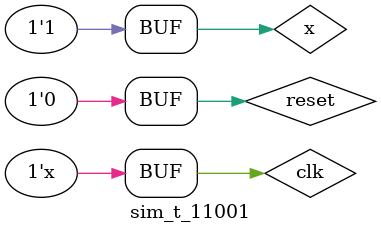
<source format=v>
`timescale 1ns / 1ps


module sim_t_11001( );
reg reset,clk,x;
wire z;
t_11001 u_t_11001(.reset(reset),.clk(clk),.x(x),.z(z));
initial begin
x=0;
clk=0;
reset=1;
#50 reset=0;
#40 reset=1;
#40 reset=0;
end
always begin
#20 clk=~clk;
end
always begin
#130;x=1;#80;
x=0;#80;
x=1;#40;
end
endmodule

</source>
